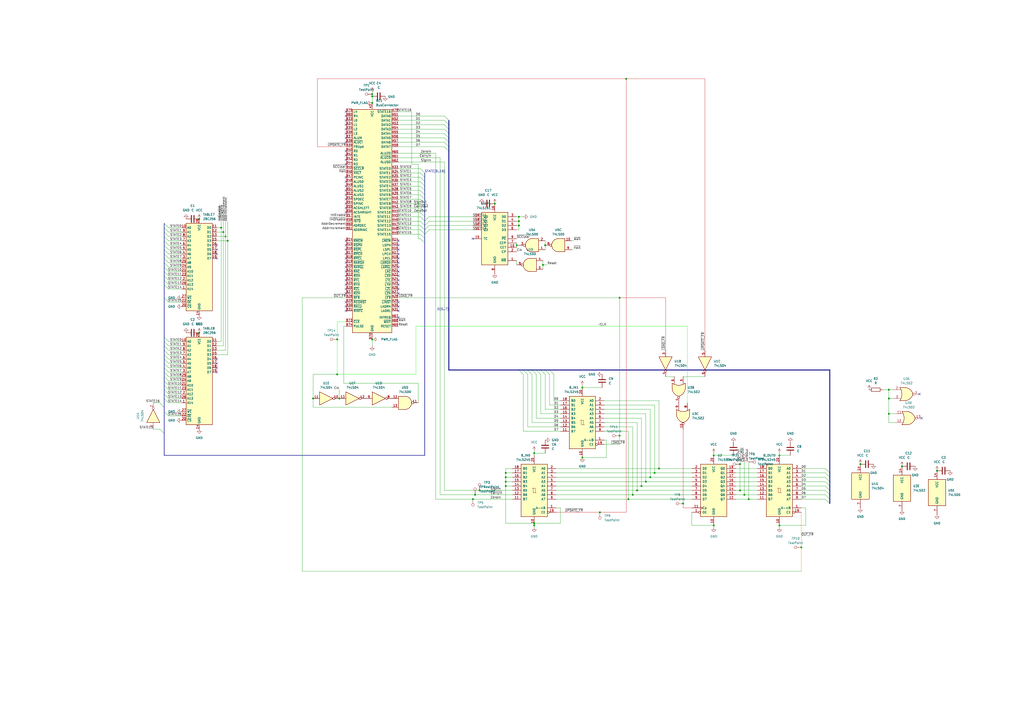
<source format=kicad_sch>
(kicad_sch (version 20250114) (generator "eeschema") (generator_version "9.0")
  (paper "A2")
  (junction (at 115.57 127))
  (junction (at 431.8 287.02))
  (junction (at 215.9 54.61))
  (junction (at 379.73 274.32))
  (junction (at 367.03 287.02))
  (junction (at 434.34 289.56))
  (junction (at 369.57 284.48))
  (junction (at 337.82 224.79))
  (junction (at 196.85 231.14))
  (junction (at 515.62 240.03))
  (junction (at 300.99 128.27))
  (junction (at 215.9 55.88))
  (junction (at 309.88 262.89))
  (junction (at 543.56 273.05))
  (junction (at 293.37 276.86))
  (junction (at 274.32 289.56))
  (junction (at 195.58 196.85))
  (junction (at 130.81 137.16))
  (junction (at 275.59 287.02))
  (junction (at 523.24 270.51))
  (junction (at 293.37 281.94))
  (junction (at 382.27 271.78))
  (junction (at 278.13 284.48))
  (junction (at 293.37 274.32))
  (junction (at 429.26 284.48))
  (junction (at 452.12 264.16))
  (junction (at 299.72 142.24))
  (junction (at 314.96 153.67))
  (junction (at 195.58 217.17))
  (junction (at 347.98 297.18))
  (junction (at 128.27 132.08))
  (junction (at 337.82 265.43))
  (junction (at 396.24 292.1))
  (junction (at 414.02 264.16))
  (junction (at 309.88 304.8))
  (junction (at 515.62 226.06))
  (junction (at 115.57 193.04))
  (junction (at 414.02 304.8))
  (junction (at 181.61 231.14))
  (junction (at 359.41 252.73))
  (junction (at 372.11 281.94))
  (junction (at 429.26 269.24))
  (junction (at 499.11 269.24))
  (junction (at 215.9 196.85))
  (junction (at 300.99 130.81))
  (junction (at 359.41 172.72))
  (junction (at 374.65 279.4))
  (junction (at 377.19 276.86))
  (junction (at 364.49 289.56))
  (junction (at 293.37 279.4))
  (junction (at 129.54 134.62))
  (junction (at 309.88 303.53))
  (junction (at 316.23 142.24))
  (junction (at 132.08 139.7))
  (junction (at 452.12 304.8))
  (junction (at 215.9 59.69))
  (junction (at 300.99 125.73))
  (junction (at 515.62 231.14))
  (junction (at 363.22 45.72))
  (junction (at 287.02 118.11))
  (junction (at 464.82 317.5))
  (no_connect (at 200.66 87.63))
  (no_connect (at 231.14 152.4))
  (no_connect (at 125.73 210.82))
  (no_connect (at 200.66 69.85))
  (no_connect (at 200.66 139.7))
  (no_connect (at 125.73 149.86))
  (no_connect (at 231.14 149.86))
  (no_connect (at 200.66 115.57))
  (no_connect (at 200.66 175.26))
  (no_connect (at 200.66 177.8))
  (no_connect (at 125.73 208.28))
  (no_connect (at 200.66 110.49))
  (no_connect (at 200.66 167.64))
  (no_connect (at 533.4 228.6))
  (no_connect (at 200.66 118.11))
  (no_connect (at 125.73 144.78))
  (no_connect (at 200.66 142.24))
  (no_connect (at 231.14 180.34))
  (no_connect (at 200.66 152.4))
  (no_connect (at 200.66 147.32))
  (no_connect (at 200.66 64.77))
  (no_connect (at 200.66 80.01))
  (no_connect (at 231.14 177.8))
  (no_connect (at 231.14 170.18))
  (no_connect (at 200.66 157.48))
  (no_connect (at 200.66 149.86))
  (no_connect (at 231.14 175.26))
  (no_connect (at 125.73 142.24))
  (no_connect (at 200.66 105.41))
  (no_connect (at 231.14 160.02))
  (no_connect (at 200.66 92.71))
  (no_connect (at 200.66 113.03))
  (no_connect (at 231.14 167.64))
  (no_connect (at 274.32 138.43))
  (no_connect (at 200.66 144.78))
  (no_connect (at 200.66 82.55))
  (no_connect (at 200.66 102.87))
  (no_connect (at 231.14 165.1))
  (no_connect (at 125.73 213.36))
  (no_connect (at 200.66 162.56))
  (no_connect (at 125.73 147.32))
  (no_connect (at 200.66 180.34))
  (no_connect (at 200.66 170.18))
  (no_connect (at 200.66 74.93))
  (no_connect (at 125.73 215.9))
  (no_connect (at 200.66 67.31))
  (no_connect (at 200.66 154.94))
  (no_connect (at 231.14 157.48))
  (no_connect (at 231.14 184.15))
  (no_connect (at 200.66 72.39))
  (no_connect (at 200.66 120.65))
  (no_connect (at 200.66 160.02))
  (no_connect (at 231.14 139.7))
  (no_connect (at 231.14 142.24))
  (no_connect (at 231.14 144.78))
  (no_connect (at 231.14 154.94))
  (no_connect (at 200.66 77.47))
  (no_connect (at 534.67 242.57))
  (no_connect (at 231.14 162.56))
  (no_connect (at 200.66 123.19))
  (no_connect (at 200.66 90.17))
  (no_connect (at 200.66 95.25))
  (no_connect (at 200.66 107.95))
  (no_connect (at 200.66 165.1))
  (no_connect (at 231.14 147.32))
  (bus_entry (at 95.25 220.98) (size 2.54 2.54))
  (bus_entry (at 95.25 132.08) (size 2.54 2.54))
  (bus_entry (at 95.25 228.6) (size 2.54 2.54))
  (bus_entry (at 95.25 129.54) (size 2.54 2.54))
  (bus_entry (at 95.25 238.76) (size 2.54 2.54))
  (bus_entry (at 95.25 162.56) (size 2.54 2.54))
  (bus_entry (at 246.38 113.03) (size -2.54 -2.54))
  (bus_entry (at 478.79 281.94) (size 2.54 2.54))
  (bus_entry (at 246.38 120.65) (size -2.54 -2.54))
  (bus_entry (at 95.25 165.1) (size 2.54 2.54))
  (bus_entry (at 260.35 80.01) (size -2.54 -2.54))
  (bus_entry (at 313.69 214.63) (size 2.54 2.54))
  (bus_entry (at 95.25 147.32) (size 2.54 2.54))
  (bus_entry (at 260.35 85.09) (size -2.54 -2.54))
  (bus_entry (at 246.38 135.89) (size -2.54 -2.54))
  (bus_entry (at 246.38 102.87) (size -2.54 -2.54))
  (bus_entry (at 478.79 289.56) (size 2.54 2.54))
  (bus_entry (at 95.25 208.28) (size 2.54 2.54))
  (bus_entry (at 95.25 226.06) (size 2.54 2.54))
  (bus_entry (at 260.35 82.55) (size -2.54 -2.54))
  (bus_entry (at 95.25 134.62) (size 2.54 2.54))
  (bus_entry (at 95.25 218.44) (size 2.54 2.54))
  (bus_entry (at 95.25 137.16) (size 2.54 2.54))
  (bus_entry (at 260.35 77.47) (size -2.54 -2.54))
  (bus_entry (at 246.38 130.81) (size -2.54 -2.54))
  (bus_entry (at 300.99 214.63) (size 2.54 2.54))
  (bus_entry (at 246.38 115.57) (size -2.54 -2.54))
  (bus_entry (at 246.38 105.41) (size -2.54 -2.54))
  (bus_entry (at 246.38 125.73) (size -2.54 -2.54))
  (bus_entry (at 478.79 274.32) (size 2.54 2.54))
  (bus_entry (at 95.25 203.2) (size 2.54 2.54))
  (bus_entry (at 95.25 200.66) (size 2.54 2.54))
  (bus_entry (at 478.79 271.78) (size 2.54 2.54))
  (bus_entry (at 478.79 276.86) (size 2.54 2.54))
  (bus_entry (at 478.79 284.48) (size 2.54 2.54))
  (bus_entry (at 95.25 223.52) (size 2.54 2.54))
  (bus_entry (at 246.38 118.11) (size -2.54 -2.54))
  (bus_entry (at 95.25 251.46) (size -2.54 -2.54))
  (bus_entry (at 260.35 69.85) (size -2.54 -2.54))
  (bus_entry (at 95.25 142.24) (size 2.54 2.54))
  (bus_entry (at 246.38 135.89) (size 2.54 -2.54))
  (bus_entry (at 95.25 231.14) (size 2.54 2.54))
  (bus_entry (at 246.38 140.97) (size -2.54 -2.54))
  (bus_entry (at 95.25 157.48) (size 2.54 2.54))
  (bus_entry (at 478.79 279.4) (size 2.54 2.54))
  (bus_entry (at 95.25 215.9) (size 2.54 2.54))
  (bus_entry (at 246.38 133.35) (size -2.54 -2.54))
  (bus_entry (at 95.25 210.82) (size 2.54 2.54))
  (bus_entry (at 246.38 123.19) (size -2.54 -2.54))
  (bus_entry (at 246.38 128.27) (size -2.54 -2.54))
  (bus_entry (at 303.53 214.63) (size 2.54 2.54))
  (bus_entry (at 246.38 100.33) (size -2.54 -2.54))
  (bus_entry (at 95.25 195.58) (size 2.54 2.54))
  (bus_entry (at 95.25 152.4) (size 2.54 2.54))
  (bus_entry (at 95.25 139.7) (size 2.54 2.54))
  (bus_entry (at 246.38 128.27) (size 2.54 -2.54))
  (bus_entry (at 95.25 172.72) (size 2.54 2.54))
  (bus_entry (at 95.25 236.22) (size -2.54 -2.54))
  (bus_entry (at 95.25 160.02) (size 2.54 2.54))
  (bus_entry (at 478.79 287.02) (size 2.54 2.54))
  (bus_entry (at 95.25 154.94) (size 2.54 2.54))
  (bus_entry (at 316.23 214.63) (size 2.54 2.54))
  (bus_entry (at 306.07 214.63) (size 2.54 2.54))
  (bus_entry (at 246.38 130.81) (size 2.54 -2.54))
  (bus_entry (at 318.77 214.63) (size 2.54 2.54))
  (bus_entry (at 95.25 213.36) (size 2.54 2.54))
  (bus_entry (at 95.25 144.78) (size 2.54 2.54))
  (bus_entry (at 246.38 138.43) (size -2.54 -2.54))
  (bus_entry (at 311.15 214.63) (size 2.54 2.54))
  (bus_entry (at 260.35 72.39) (size -2.54 -2.54))
  (bus_entry (at 95.25 205.74) (size 2.54 2.54))
  (bus_entry (at 246.38 107.95) (size -2.54 -2.54))
  (bus_entry (at 95.25 149.86) (size 2.54 2.54))
  (bus_entry (at 260.35 87.63) (size -2.54 -2.54))
  (bus_entry (at 260.35 74.93) (size -2.54 -2.54))
  (bus_entry (at 246.38 133.35) (size 2.54 -2.54))
  (bus_entry (at 95.25 198.12) (size 2.54 2.54))
  (bus_entry (at 308.61 214.63) (size 2.54 2.54))
  (bus_entry (at 246.38 110.49) (size -2.54 -2.54))
  (wire (pts (xy 464.82 279.4) (xy 478.79 279.4)))
  (wire (pts (xy 128.27 128.27) (xy 128.27 132.08)))
  (wire (pts (xy 231.14 100.33) (xy 243.84 100.33)))
  (wire (pts (xy 309.88 261.62) (xy 309.88 262.89)))
  (wire (pts (xy 293.37 279.4) (xy 293.37 281.94)))
  (wire (pts (xy 321.31 232.41) (xy 325.12 232.41)))
  (bus (pts (xy 95.25 132.08) (xy 95.25 134.62)))
  (wire (pts (xy 97.79 175.26) (xy 105.41 175.26)))
  (wire (pts (xy 426.72 276.86) (xy 439.42 276.86)))
  (wire (pts (xy 374.65 240.03) (xy 374.65 279.4)))
  (bus (pts (xy 95.25 152.4) (xy 95.25 154.94)))
  (bus (pts (xy 246.38 128.27) (xy 246.38 130.81)))
  (bus (pts (xy 95.25 129.54) (xy 95.25 132.08)))
  (bus (pts (xy 95.25 208.28) (xy 95.25 210.82)))
  (wire (pts (xy 231.14 113.03) (xy 243.84 113.03)))
  (wire (pts (xy 322.58 289.56) (xy 364.49 289.56)))
  (wire (pts (xy 97.79 215.9) (xy 105.41 215.9)))
  (wire (pts (xy 248.92 130.81) (xy 274.32 130.81)))
  (bus (pts (xy 246.38 125.73) (xy 246.38 128.27)))
  (wire (pts (xy 382.27 232.41) (xy 382.27 271.78)))
  (bus (pts (xy 95.25 210.82) (xy 95.25 213.36)))
  (wire (pts (xy 97.79 134.62) (xy 105.41 134.62)))
  (wire (pts (xy 350.52 257.81) (xy 359.41 257.81)))
  (wire (pts (xy 314.96 151.13) (xy 314.96 153.67)))
  (wire (pts (xy 337.82 223.52) (xy 337.82 224.79)))
  (wire (pts (xy 332.74 139.7) (xy 331.47 139.7)))
  (wire (pts (xy 434.34 289.56) (xy 439.42 289.56)))
  (wire (pts (xy 274.32 289.56) (xy 297.18 289.56)))
  (wire (pts (xy 97.79 233.68) (xy 105.41 233.68)))
  (wire (pts (xy 309.88 304.8) (xy 309.88 303.53)))
  (wire (pts (xy 241.3 189.23) (xy 241.3 217.17)) (stroke (width 0) (color 0 255 0 1)))
  (wire (pts (xy 431.8 267.97) (xy 431.8 287.02)))
  (wire (pts (xy 257.81 74.93) (xy 231.14 74.93)))
  (wire (pts (xy 297.18 276.86) (xy 293.37 276.86)))
  (wire (pts (xy 377.19 276.86) (xy 401.32 276.86)))
  (wire (pts (xy 97.79 165.1) (xy 105.41 165.1)))
  (wire (pts (xy 396.24 294.64) (xy 401.32 294.64)) (stroke (width 0) (color 194 0 0 1)))
  (wire (pts (xy 350.52 245.11) (xy 369.57 245.11)))
  (wire (pts (xy 299.72 151.13) (xy 299.72 153.67)))
  (wire (pts (xy 426.72 274.32) (xy 439.42 274.32)))
  (bus (pts (xy 95.25 200.66) (xy 95.25 203.2)))
  (wire (pts (xy 309.88 303.53) (xy 325.12 303.53)))
  (bus (pts (xy 95.25 149.86) (xy 95.25 152.4)))
  (wire (pts (xy 97.79 210.82) (xy 105.41 210.82)))
  (wire (pts (xy 132.08 205.74) (xy 125.73 205.74)))
  (bus (pts (xy 95.25 157.48) (xy 95.25 160.02)))
  (bus (pts (xy 246.38 264.16) (xy 95.25 264.16)))
  (wire (pts (xy 367.03 287.02) (xy 401.32 287.02)))
  (wire (pts (xy 426.72 279.4) (xy 439.42 279.4)))
  (wire (pts (xy 308.61 245.11) (xy 325.12 245.11)))
  (wire (pts (xy 386.08 172.72) (xy 359.41 172.72)) (stroke (width 0) (color 194 0 0 1)))
  (wire (pts (xy 278.13 284.48) (xy 297.18 284.48)))
  (bus (pts (xy 246.38 140.97) (xy 246.38 264.16)))
  (wire (pts (xy 231.14 172.72) (xy 359.41 172.72)))
  (wire (pts (xy 350.52 247.65) (xy 367.03 247.65)))
  (wire (pts (xy 97.79 200.66) (xy 105.41 200.66)))
  (wire (pts (xy 363.22 45.72) (xy 184.15 45.72)) (stroke (width 0) (color 194 0 0 1)))
  (wire (pts (xy 369.57 245.11) (xy 369.57 284.48)))
  (bus (pts (xy 246.38 105.41) (xy 246.38 107.95)))
  (bus (pts (xy 246.38 120.65) (xy 246.38 123.19)))
  (wire (pts (xy 464.82 271.78) (xy 478.79 271.78)))
  (bus (pts (xy 481.33 281.94) (xy 481.33 284.48)) (stroke (width 0.508)))
  (wire (pts (xy 374.65 279.4) (xy 401.32 279.4)))
  (wire (pts (xy 215.9 196.85) (xy 215.9 200.66)))
  (wire (pts (xy 231.14 88.9) (xy 252.73 88.9)))
  (wire (pts (xy 317.5 153.67) (xy 314.96 153.67)))
  (wire (pts (xy 316.23 142.24) (xy 316.23 144.78)))
  (wire (pts (xy 181.61 217.17) (xy 195.58 217.17)))
  (wire (pts (xy 97.79 152.4) (xy 105.41 152.4)))
  (wire (pts (xy 458.47 264.16) (xy 452.12 264.16)))
  (wire (pts (xy 426.72 271.78) (xy 439.42 271.78)))
  (bus (pts (xy 246.38 133.35) (xy 246.38 135.89)))
  (bus (pts (xy 95.25 134.62) (xy 95.25 137.16)))
  (wire (pts (xy 231.14 135.89) (xy 243.84 135.89)))
  (bus (pts (xy 306.07 214.63) (xy 308.61 214.63)) (stroke (width 0.508)))
  (wire (pts (xy 309.88 264.16) (xy 309.88 262.89)))
  (wire (pts (xy 293.37 274.32) (xy 293.37 276.86)))
  (bus (pts (xy 308.61 214.63) (xy 311.15 214.63)) (stroke (width 0.508)))
  (bus (pts (xy 246.38 118.11) (xy 246.38 120.65)))
  (wire (pts (xy 322.58 274.32) (xy 379.73 274.32)))
  (wire (pts (xy 231.14 110.49) (xy 243.84 110.49)))
  (wire (pts (xy 452.12 304.8) (xy 452.12 306.07)))
  (wire (pts (xy 408.94 218.44) (xy 396.24 218.44)))
  (wire (pts (xy 322.58 276.86) (xy 377.19 276.86)))
  (wire (pts (xy 130.81 128.27) (xy 130.81 137.16)))
  (wire (pts (xy 199.39 189.23) (xy 200.66 189.23)))
  (wire (pts (xy 408.94 45.72) (xy 363.22 45.72)) (stroke (width 0) (color 194 0 0 1)))
  (wire (pts (xy 97.79 220.98) (xy 105.41 220.98)))
  (wire (pts (xy 125.73 203.2) (xy 130.81 203.2)))
  (wire (pts (xy 215.9 53.34) (xy 215.9 54.61)))
  (wire (pts (xy 300.99 125.73) (xy 303.53 125.73)))
  (bus (pts (xy 481.33 289.56) (xy 481.33 292.1)) (stroke (width 0.508)))
  (wire (pts (xy 464.82 284.48) (xy 478.79 284.48)))
  (wire (pts (xy 215.9 55.88) (xy 215.9 59.69)))
  (wire (pts (xy 231.14 93.98) (xy 257.81 93.98)))
  (wire (pts (xy 248.92 128.27) (xy 274.32 128.27)))
  (wire (pts (xy 347.98 297.18) (xy 363.22 297.18)) (stroke (width 0) (color 194 0 0 1)))
  (wire (pts (xy 464.82 294.64) (xy 467.36 294.64)))
  (wire (pts (xy 195.58 196.85) (xy 195.58 186.69)) (stroke (width 0) (color 0 255 0 1)))
  (wire (pts (xy 398.78 189.23) (xy 398.78 233.68)) (stroke (width 0) (color 0 255 0 1)))
  (wire (pts (xy 175.26 331.47) (xy 464.82 331.47)))
  (bus (pts (xy 95.25 147.32) (xy 95.25 149.86)))
  (wire (pts (xy 231.14 64.77) (xy 238.76 64.77)))
  (bus (pts (xy 95.25 223.52) (xy 95.25 226.06)))
  (wire (pts (xy 316.23 237.49) (xy 325.12 237.49)))
  (wire (pts (xy 316.23 217.17) (xy 316.23 237.49)))
  (bus (pts (xy 95.25 231.14) (xy 95.25 236.22)))
  (bus (pts (xy 246.38 100.33) (xy 246.38 102.87)))
  (wire (pts (xy 299.72 130.81) (xy 300.99 130.81)))
  (wire (pts (xy 97.79 160.02) (xy 105.41 160.02)))
  (wire (pts (xy 231.14 118.11) (xy 243.84 118.11)))
  (bus (pts (xy 313.69 214.63) (xy 316.23 214.63)) (stroke (width 0.508)))
  (wire (pts (xy 231.14 105.41) (xy 243.84 105.41)))
  (bus (pts (xy 303.53 214.63) (xy 306.07 214.63)) (stroke (width 0.508)))
  (wire (pts (xy 331.47 144.78) (xy 332.74 144.78)))
  (wire (pts (xy 196.85 226.06) (xy 196.85 231.14)))
  (wire (pts (xy 364.49 250.19) (xy 364.49 289.56)))
  (wire (pts (xy 242.57 138.43) (xy 243.84 138.43)))
  (wire (pts (xy 429.26 267.97) (xy 429.26 269.24)))
  (wire (pts (xy 130.81 137.16) (xy 125.73 137.16)))
  (bus (pts (xy 95.25 165.1) (xy 95.25 172.72)))
  (wire (pts (xy 181.61 217.17) (xy 181.61 231.14)))
  (wire (pts (xy 255.27 91.44) (xy 255.27 287.02)))
  (wire (pts (xy 349.25 224.79) (xy 337.82 224.79)))
  (bus (pts (xy 95.25 251.46) (xy 95.25 264.16)))
  (wire (pts (xy 241.3 217.17) (xy 195.58 217.17)) (stroke (width 0) (color 0 255 0 1)))
  (wire (pts (xy 313.69 217.17) (xy 313.69 240.03)))
  (wire (pts (xy 313.69 240.03) (xy 325.12 240.03)))
  (wire (pts (xy 199.39 222.25) (xy 199.39 189.23)))
  (wire (pts (xy 248.92 125.73) (xy 274.32 125.73)))
  (wire (pts (xy 322.58 284.48) (xy 369.57 284.48)))
  (wire (pts (xy 299.72 142.24) (xy 299.72 143.51)))
  (wire (pts (xy 364.49 289.56) (xy 401.32 289.56)))
  (bus (pts (xy 95.25 154.94) (xy 95.25 157.48)))
  (wire (pts (xy 322.58 281.94) (xy 372.11 281.94)))
  (bus (pts (xy 95.25 213.36) (xy 95.25 215.9)))
  (wire (pts (xy 318.77 217.17) (xy 318.77 234.95)))
  (wire (pts (xy 257.81 69.85) (xy 231.14 69.85)))
  (wire (pts (xy 359.41 252.73) (xy 359.41 172.72)))
  (bus (pts (xy 95.25 236.22) (xy 95.25 238.76)))
  (wire (pts (xy 227.33 236.22) (xy 181.61 236.22)))
  (bus (pts (xy 246.38 130.81) (xy 246.38 133.35)))
  (wire (pts (xy 97.79 132.08) (xy 105.41 132.08)))
  (wire (pts (xy 231.14 128.27) (xy 243.84 128.27)))
  (wire (pts (xy 97.79 162.56) (xy 105.41 162.56)))
  (wire (pts (xy 322.58 279.4) (xy 374.65 279.4)))
  (wire (pts (xy 297.18 271.78) (xy 293.37 271.78)))
  (wire (pts (xy 293.37 271.78) (xy 293.37 274.32)))
  (bus (pts (xy 95.25 228.6) (xy 95.25 231.14)))
  (wire (pts (xy 464.82 297.18) (xy 464.82 317.5)) (stroke (width 0) (color 221 133 0 1)))
  (wire (pts (xy 300.99 142.24) (xy 299.72 142.24)))
  (wire (pts (xy 252.73 289.56) (xy 274.32 289.56)))
  (bus (pts (xy 481.33 279.4) (xy 481.33 281.94)) (stroke (width 0.508)))
  (wire (pts (xy 382.27 271.78) (xy 401.32 271.78)))
  (wire (pts (xy 297.18 281.94) (xy 293.37 281.94)))
  (bus (pts (xy 95.25 226.06) (xy 95.25 228.6)))
  (wire (pts (xy 97.79 142.24) (xy 105.41 142.24)))
  (wire (pts (xy 128.27 132.08) (xy 128.27 198.12)))
  (wire (pts (xy 426.72 281.94) (xy 439.42 281.94)))
  (wire (pts (xy 92.71 233.68) (xy 88.9 233.68)))
  (bus (pts (xy 260.35 85.09) (xy 260.35 87.63)) (stroke (width 0.508)))
  (wire (pts (xy 231.14 91.44) (xy 255.27 91.44)))
  (bus (pts (xy 95.25 137.16) (xy 95.25 139.7)))
  (wire (pts (xy 128.27 132.08) (xy 125.73 132.08)))
  (wire (pts (xy 97.79 205.74) (xy 105.41 205.74)))
  (wire (pts (xy 257.81 80.01) (xy 231.14 80.01)))
  (wire (pts (xy 97.79 154.94) (xy 105.41 154.94)))
  (bus (pts (xy 481.33 274.32) (xy 481.33 276.86)) (stroke (width 0.508)))
  (bus (pts (xy 260.35 87.63) (xy 260.35 214.63)) (stroke (width 0.508)))
  (wire (pts (xy 316.23 262.89) (xy 309.88 262.89)))
  (wire (pts (xy 257.81 77.47) (xy 231.14 77.47)))
  (wire (pts (xy 464.82 281.94) (xy 478.79 281.94)))
  (wire (pts (xy 316.23 139.7) (xy 316.23 142.24)))
  (wire (pts (xy 195.58 217.17) (xy 195.58 196.85)) (stroke (width 0) (color 0 255 0 1)))
  (wire (pts (xy 231.14 133.35) (xy 243.84 133.35)))
  (wire (pts (xy 426.72 289.56) (xy 434.34 289.56)))
  (wire (pts (xy 434.34 267.97) (xy 434.34 289.56)))
  (wire (pts (xy 97.79 157.48) (xy 105.41 157.48)))
  (wire (pts (xy 314.96 153.67) (xy 314.96 156.21)))
  (bus (pts (xy 95.25 160.02) (xy 95.25 162.56)))
  (wire (pts (xy 97.79 213.36) (xy 105.41 213.36)))
  (wire (pts (xy 255.27 287.02) (xy 275.59 287.02)))
  (wire (pts (xy 97.79 208.28) (xy 105.41 208.28)))
  (bus (pts (xy 246.38 115.57) (xy 246.38 118.11)))
  (wire (pts (xy 372.11 242.57) (xy 372.11 281.94)))
  (wire (pts (xy 429.26 269.24) (xy 429.26 284.48)))
  (wire (pts (xy 322.58 287.02) (xy 367.03 287.02)))
  (bus (pts (xy 481.33 276.86) (xy 481.33 279.4)) (stroke (width 0.508)))
  (wire (pts (xy 363.22 45.72) (xy 363.22 297.18)) (stroke (width 0) (color 194 0 0 1)))
  (wire (pts (xy 97.79 139.7) (xy 105.41 139.7)))
  (wire (pts (xy 257.81 85.09) (xy 231.14 85.09)))
  (wire (pts (xy 175.26 172.72) (xy 175.26 331.47)))
  (wire (pts (xy 367.03 247.65) (xy 367.03 287.02)))
  (bus (pts (xy 246.38 102.87) (xy 246.38 105.41)))
  (wire (pts (xy 275.59 287.02) (xy 297.18 287.02)))
  (wire (pts (xy 452.12 262.89) (xy 452.12 264.16)))
  (wire (pts (xy 515.62 231.14) (xy 518.16 231.14)))
  (wire (pts (xy 515.62 245.11) (xy 519.43 245.11)))
  (wire (pts (xy 299.72 125.73) (xy 300.99 125.73)))
  (wire (pts (xy 337.82 265.43) (xy 351.79 265.43)))
  (wire (pts (xy 97.79 231.14) (xy 105.41 231.14)))
  (wire (pts (xy 125.73 139.7) (xy 132.08 139.7)))
  (wire (pts (xy 129.54 128.27) (xy 129.54 134.62)))
  (wire (pts (xy 257.81 93.98) (xy 257.81 284.48)))
  (wire (pts (xy 300.99 125.73) (xy 300.99 128.27)))
  (wire (pts (xy 306.07 247.65) (xy 325.12 247.65)))
  (bus (pts (xy 95.25 142.24) (xy 95.25 144.78)))
  (bus (pts (xy 318.77 214.63) (xy 481.33 214.63)) (stroke (width 0.508)))
  (wire (pts (xy 97.79 226.06) (xy 105.41 226.06)))
  (wire (pts (xy 322.58 294.64) (xy 325.12 294.64)))
  (wire (pts (xy 515.62 226.06) (xy 515.62 231.14)))
  (wire (pts (xy 467.36 294.64) (xy 467.36 304.8)))
  (wire (pts (xy 125.73 134.62) (xy 129.54 134.62)))
  (bus (pts (xy 246.38 113.03) (xy 246.38 115.57)))
  (wire (pts (xy 231.14 120.65) (xy 243.84 120.65)))
  (bus (pts (xy 260.35 77.47) (xy 260.35 80.01)) (stroke (width 0.508)))
  (wire (pts (xy 372.11 281.94) (xy 401.32 281.94)))
  (wire (pts (xy 132.08 128.27) (xy 132.08 139.7)))
  (wire (pts (xy 200.66 172.72) (xy 175.26 172.72)))
  (wire (pts (xy 515.62 240.03) (xy 519.43 240.03)))
  (wire (pts (xy 369.57 284.48) (xy 401.32 284.48)))
  (wire (pts (xy 215.9 54.61) (xy 215.9 55.88)))
  (wire (pts (xy 325.12 294.64) (xy 325.12 303.53)))
  (bus (pts (xy 95.25 172.72) (xy 95.25 195.58)))
  (wire (pts (xy 130.81 203.2) (xy 130.81 137.16)))
  (wire (pts (xy 350.52 242.57) (xy 372.11 242.57)))
  (wire (pts (xy 350.52 237.49) (xy 377.19 237.49)))
  (wire (pts (xy 257.81 82.55) (xy 231.14 82.55)))
  (wire (pts (xy 414.02 304.8) (xy 414.02 306.07)))
  (wire (pts (xy 351.79 255.27) (xy 351.79 265.43)))
  (wire (pts (xy 300.99 130.81) (xy 300.99 133.35)))
  (bus (pts (xy 95.25 220.98) (xy 95.25 223.52)))
  (bus (pts (xy 246.38 110.49) (xy 246.38 113.03)))
  (wire (pts (xy 257.81 284.48) (xy 278.13 284.48)))
  (wire (pts (xy 379.73 234.95) (xy 379.73 274.32)))
  (wire (pts (xy 299.72 128.27) (xy 300.99 128.27)))
  (wire (pts (xy 97.79 223.52) (xy 105.41 223.52)))
  (wire (pts (xy 318.77 234.95) (xy 325.12 234.95)))
  (wire (pts (xy 231.14 97.79) (xy 243.84 97.79)))
  (bus (pts (xy 95.25 215.9) (xy 95.25 218.44)))
  (wire (pts (xy 238.76 95.25) (xy 238.76 64.77)))
  (wire (pts (xy 429.26 284.48) (xy 439.42 284.48)))
  (bus (pts (xy 316.23 214.63) (xy 318.77 214.63)) (stroke (width 0.508)))
  (wire (pts (xy 464.82 276.86) (xy 478.79 276.86)))
  (wire (pts (xy 97.79 137.16) (xy 105.41 137.16)))
  (wire (pts (xy 350.52 232.41) (xy 382.27 232.41)))
  (wire (pts (xy 97.79 241.3) (xy 105.41 241.3)))
  (wire (pts (xy 379.73 274.32) (xy 401.32 274.32)))
  (wire (pts (xy 242.57 222.25) (xy 199.39 222.25)))
  (wire (pts (xy 426.72 287.02) (xy 431.8 287.02)))
  (bus (pts (xy 481.33 287.02) (xy 481.33 289.56)) (stroke (width 0.508)))
  (bus (pts (xy 246.38 138.43) (xy 246.38 140.97)))
  (wire (pts (xy 350.52 250.19) (xy 364.49 250.19)))
  (wire (pts (xy 350.52 255.27) (xy 351.79 255.27)))
  (wire (pts (xy 386.08 172.72) (xy 386.08 203.2)) (stroke (width 0) (color 194 0 0 1)))
  (wire (pts (xy 515.62 226.06) (xy 518.16 226.06)))
  (wire (pts (xy 293.37 276.86) (xy 293.37 279.4)))
  (wire (pts (xy 242.57 233.68) (xy 242.57 222.25)))
  (wire (pts (xy 464.82 287.02) (xy 478.79 287.02)))
  (wire (pts (xy 464.82 274.32) (xy 478.79 274.32)))
  (bus (pts (xy 260.35 82.55) (xy 260.35 85.09)) (stroke (width 0.508)))
  (wire (pts (xy 511.81 226.06) (xy 515.62 226.06)))
  (wire (pts (xy 241.3 189.23) (xy 398.78 189.23)) (stroke (width 0) (color 0 255 0 1)))
  (wire (pts (xy 97.79 203.2) (xy 105.41 203.2)))
  (wire (pts (xy 321.31 217.17) (xy 321.31 232.41)))
  (wire (pts (xy 322.58 271.78) (xy 382.27 271.78)))
  (wire (pts (xy 231.14 130.81) (xy 243.84 130.81)))
  (wire (pts (xy 97.79 147.32) (xy 105.41 147.32)))
  (wire (pts (xy 97.79 149.86) (xy 105.41 149.86)))
  (wire (pts (xy 125.73 198.12) (xy 128.27 198.12)))
  (bus (pts (xy 95.25 198.12) (xy 95.25 200.66)))
  (wire (pts (xy 515.62 240.03) (xy 515.62 245.11)))
  (wire (pts (xy 322.58 297.18) (xy 347.98 297.18)) (stroke (width 0) (color 194 0 0 1)))
  (wire (pts (xy 303.53 250.19) (xy 325.12 250.19)))
  (wire (pts (xy 97.79 167.64) (xy 105.41 167.64)))
  (wire (pts (xy 311.15 242.57) (xy 325.12 242.57)))
  (bus (pts (xy 300.99 214.63) (xy 303.53 214.63)) (stroke (width 0.508)))
  (wire (pts (xy 231.14 115.57) (xy 243.84 115.57)))
  (wire (pts (xy 426.72 284.48) (xy 429.26 284.48)))
  (wire (pts (xy 350.52 240.03) (xy 374.65 240.03)))
  (bus (pts (xy 95.25 139.7) (xy 95.25 142.24)))
  (wire (pts (xy 464.82 289.56) (xy 478.79 289.56)))
  (wire (pts (xy 299.72 140.97) (xy 299.72 142.24)))
  (wire (pts (xy 231.14 107.95) (xy 243.84 107.95)))
  (bus (pts (xy 481.33 214.63) (xy 481.33 274.32)) (stroke (width 0.508)))
  (wire (pts (xy 431.8 287.02) (xy 439.42 287.02)))
  (wire (pts (xy 293.37 303.53) (xy 309.88 303.53)))
  (wire (pts (xy 195.58 186.69) (xy 200.66 186.69)) (stroke (width 0) (color 0 255 0 1)))
  (wire (pts (xy 293.37 281.94) (xy 293.37 303.53)))
  (wire (pts (xy 231.14 102.87) (xy 243.84 102.87)))
  (wire (pts (xy 181.61 231.14) (xy 181.61 236.22)))
  (wire (pts (xy 231.14 125.73) (xy 243.84 125.73)))
  (wire (pts (xy 257.81 72.39) (xy 231.14 72.39)))
  (wire (pts (xy 303.53 217.17) (xy 303.53 250.19)))
  (wire (pts (xy 242.57 95.25) (xy 238.76 95.25)))
  (wire (pts (xy 97.79 218.44) (xy 105.41 218.44)))
  (wire (pts (xy 297.18 279.4) (xy 293.37 279.4)))
  (wire (pts (xy 386.08 218.44) (xy 391.16 218.44)))
  (bus (pts (xy 95.25 195.58) (xy 95.25 198.12)))
  (bus (pts (xy 95.25 144.78) (xy 95.25 147.32)))
  (wire (pts (xy 452.12 304.8) (xy 467.36 304.8)))
  (bus (pts (xy 95.25 203.2) (xy 95.25 205.74)))
  (wire (pts (xy 309.88 304.8) (xy 309.88 306.07)))
  (bus (pts (xy 246.38 123.19) (xy 246.38 125.73)))
  (wire (pts (xy 299.72 133.35) (xy 300.99 133.35)))
  (wire (pts (xy 464.82 317.5) (xy 464.82 331.47)) (stroke (width 0) (color 221 133 0 1)))
  (wire (pts (xy 425.45 264.16) (xy 414.02 264.16)))
  (wire (pts (xy 311.15 217.17) (xy 311.15 242.57)))
  (wire (pts (xy 515.62 231.14) (xy 515.62 240.03)))
  (bus (pts (xy 260.35 74.93) (xy 260.35 77.47)) (stroke (width 0.508)))
  (wire (pts (xy 132.08 139.7) (xy 132.08 205.74)))
  (wire (pts (xy 184.15 45.72) (xy 184.15 85.09)) (stroke (width 0) (color 194 0 0 1)))
  (wire (pts (xy 396.24 292.1) (xy 396.24 294.64)) (stroke (width 0) (color 194 0 0 1)))
  (wire (pts (xy 414.02 262.89) (xy 414.02 264.16)))
  (bus (pts (xy 260.35 214.63) (xy 300.99 214.63)) (stroke (width 0.508)))
  (wire (pts (xy 248.92 133.35) (xy 274.32 133.35)))
  (bus (pts (xy 95.25 218.44) (xy 95.25 220.98)))
  (wire (pts (xy 297.18 274.32) (xy 293.37 274.32)))
  (wire (pts (xy 242.57 138.43) (xy 242.57 95.25)))
  (wire (pts (xy 408.94 45.72) (xy 408.94 203.2)) (stroke (width 0) (color 194 0 0 1)))
  (wire (pts (xy 359.41 257.81) (xy 359.41 252.73)))
  (bus (pts (xy 95.25 238.76) (xy 95.25 251.46)))
  (wire (pts (xy 184.15 85.09) (xy 200.66 85.09)) (stroke (width 0) (color 194 0 0 1)))
  (wire (pts (xy 252.73 88.9) (xy 252.73 289.56)))
  (wire (pts (xy 92.71 248.92) (xy 88.9 248.92)))
  (bus (pts (xy 246.38 135.89) (xy 246.38 138.43)))
  (wire (pts (xy 377.19 237.49) (xy 377.19 276.86)))
  (bus (pts (xy 246.38 107.95) (xy 246.38 110.49)))
  (wire (pts (xy 300.99 128.27) (xy 300.99 130.81)))
  (wire (pts (xy 97.79 228.6) (xy 105.41 228.6)))
  (wire (pts (xy 350.52 234.95) (xy 379.73 234.95)))
  (bus (pts (xy 481.33 284.48) (xy 481.33 287.02)) (stroke (width 0.508)))
  (wire (pts (xy 97.79 144.78) (xy 105.41 144.78)))
  (wire (pts (xy 231.14 67.31) (xy 257.81 67.31)))
  (bus (pts (xy 95.25 162.56) (xy 95.25 165.1)))
  (wire (pts (xy 396.24 248.92) (xy 396.24 292.1)) (stroke (width 0) (color 194 0 0 1)))
  (bus (pts (xy 260.35 80.01) (xy 260.35 82.55)) (stroke (width 0.508)))
  (wire (pts (xy 231.14 123.19) (xy 243.84 123.19)))
  (bus (pts (xy 95.25 205.74) (xy 95.25 208.28)))
  (bus (pts (xy 260.35 72.39) (xy 260.35 74.93)) (stroke (width 0.508)))
  (wire (pts (xy 308.61 217.17) (xy 308.61 245.11)))
  (wire (pts (xy 401.32 297.18) (xy 401.32 304.8)))
  (wire (pts (xy 306.07 217.17) (xy 306.07 247.65)))
  (wire (pts (xy 401.32 304.8) (xy 414.02 304.8)))
  (wire (pts (xy 129.54 134.62) (xy 129.54 200.66)))
  (bus (pts (xy 311.15 214.63) (xy 313.69 214.63)) (stroke (width 0.508)))
  (bus (pts (xy 260.35 69.85) (xy 260.35 72.39)) (stroke (width 0.508)))
  (wire (pts (xy 97.79 198.12) (xy 105.41 198.12)))
  (wire (pts (xy 129.54 200.66) (xy 125.73 200.66)))
  (label "STATE5" (at 105.41 210.82 180))
  (label "~{UPDATE_FR}" (at 408.94 203.2 90))
  (label "STATE6" (at 105.41 147.32 180))
  (label "SignOut" (at 429.26 267.97 90))
  (label "ZeroOut" (at 434.34 267.97 90))
  (label "STATE3" (at 238.76 105.41 180))
  (label "STATE0" (at 238.76 97.79 180))
  (label "STATE2" (at 105.41 137.16 180))
  (label "D6" (at 321.31 247.65 0))
  (label "Reset" (at 231.14 189.23 0))
  (label "Clk" (at 299.72 146.05 0))
  (label "STATE12" (at 105.41 162.56 180))
  (label "D2" (at 464.82 276.86 0))
  (label "IntEnable" (at 200.66 125.73 180))
  (label "STATE1" (at 238.76 100.33 180))
  (label "D5" (at 243.84 80.01 180))
  (label "D[0..7]" (at 260.35 180.34 180))
  (label "STATE16" (at 105.41 241.3 180))
  (label "STATE0" (at 105.41 198.12 180))
  (label "SignIn" (at 250.19 93.98 180))
  (label "D4" (at 321.31 242.57 0))
  (label "~{CarryOut}" (at 431.8 267.97 90))
  (label "~{Halt}" (at 332.74 144.78 0))
  (label "STATE5" (at 238.76 110.49 180))
  (label "STATE11" (at 105.41 160.02 180))
  (label "STATE11" (at 274.32 125.73 0))
  (label "STATE16" (at 92.71 233.68 180))
  (label "D0" (at 464.82 271.78 0))
  (label "~{CarryIn}" (at 284.48 287.02 0))
  (label "STATE4" (at 238.76 107.95 180))
  (label "~{OUT_FR}" (at 464.82 311.15 0))
  (label "STATE4" (at 105.41 208.28 180))
  (label "STATE9" (at 238.76 120.65 180))
  (label "STATE1" (at 105.41 200.66 180))
  (label "STATE3" (at 105.41 139.7 180))
  (label "IntEnable" (at 128.27 128.27 90))
  (label "D7" (at 321.31 250.19 0))
  (label "STATE6" (at 105.41 213.36 180))
  (label "STATE13" (at 105.41 231.14 180))
  (label "~{Wait}" (at 332.74 139.7 0))
  (label "STATE4" (at 105.41 142.24 180))
  (label "STATE12" (at 238.76 128.27 180))
  (label "STATE6" (at 238.76 113.03 180))
  (label "STATE8" (at 105.41 218.44 180))
  (label "Clk" (at 196.85 226.06 180))
  (label "STATE15" (at 238.76 135.89 180))
  (label "D6" (at 243.84 82.55 180))
  (label "STATE8" (at 105.41 152.4 180))
  (label "~{SCClear}" (at 299.72 138.43 0))
  (label "STATE1" (at 105.41 134.62 180))
  (label "SignOut" (at 240.03 118.11 0))
  (label "STATE15" (at 88.9 248.92 180))
  (label "STATE15" (at 105.41 175.26 180))
  (label "STATE7" (at 238.76 115.57 180))
  (label "AddrDecrement" (at 200.66 130.81 180))
  (label "D2" (at 321.31 237.49 0))
  (label "~{SCClear}" (at 200.66 97.79 180))
  (label "SignIn" (at 284.48 284.48 0))
  (label "~{UPDATE_FR}" (at 200.66 85.09 180))
  (label "STATE14" (at 274.32 133.35 0))
  (label "D0" (at 243.84 67.31 180))
  (label "STATE7" (at 105.41 149.86 180))
  (label "D4" (at 243.84 77.47 180))
  (label "ZeroIn" (at 250.19 88.9 180))
  (label "~{Halt}" (at 200.66 100.33 180))
  (label "D7" (at 464.82 289.56 0))
  (label "D5" (at 321.31 245.11 0))
  (label "STATE9" (at 105.41 220.98 180))
  (label "STATE7" (at 105.41 215.9 180))
  (label "~{LOAD_FR}" (at 231.14 172.72 0))
  (label "STATE10" (at 238.76 123.19 180))
  (label "STATE8" (at 238.76 118.11 180))
  (label "D7" (at 243.84 85.09 180))
  (label "~{Wait}" (at 231.14 186.69 0))
  (label "~{CarryIn}" (at 250.19 91.44 180))
  (label "STATE[0..16]" (at 246.38 100.33 0))
  (label "STATE11" (at 238.76 125.73 180))
  (label "STATE13" (at 274.32 130.81 0))
  (label "D3" (at 464.82 279.4 0))
  (label "D6" (at 464.82 287.02 0))
  (label "~{IntDisable}" (at 129.54 128.27 90))
  (label "ZeroOut" (at 240.03 123.19 0))
  (label "D3" (at 321.31 240.03 0))
  (label "~{LOAD_FR}" (at 354.33 257.81 0))
  (label "ZeroIn" (at 284.48 289.56 0))
  (label "~{LOAD_FR}" (at 386.08 203.2 90))
  (label "STATE14" (at 105.41 167.64 180))
  (label "STATE13" (at 105.41 165.1 180))
  (label "STATE3" (at 105.41 205.74 180))
  (label "STATE11" (at 105.41 226.06 180))
  (label "D4" (at 464.82 281.94 0))
  (label "~{OUT_FR}" (at 200.66 172.72 180))
  (label "D0" (at 321.31 232.41 0))
  (label "Reset" (at 317.5 153.67 0))
  (label "~{UPDATE_FR}" (at 327.66 297.18 0))
  (label "STATE12" (at 274.32 128.27 0))
  (label "~{IntDisable}" (at 200.66 128.27 180))
  (label "STATE12" (at 105.41 228.6 180))
  (label "STATE0" (at 105.41 132.08 180))
  (label "STATE2" (at 238.76 102.87 180))
  (label "STATE10" (at 105.41 157.48 180))
  (label "STATE9" (at 105.41 154.94 180))
  (label "STATE5" (at 105.41 144.78 180))
  (label "STATE14" (at 105.41 233.68 180))
  (label "~{CarryOut}" (at 240.03 120.65 0))
  (label "D1" (at 321.31 234.95 0))
  (label "STATE10" (at 105.41 223.52 180))
  (label "D5" (at 464.82 284.48 0))
  (label "AddrDecrement" (at 130.81 128.27 90))
  (label "D1" (at 243.84 69.85 180))
  (label "D2" (at 243.84 72.39 180))
  (label "AddrIncrement" (at 132.08 128.27 90))
  (label "STATE14" (at 238.76 133.35 180))
  (label "D1" (at 464.82 274.32 0))
  (label "D3" (at 243.84 74.93 180))
  (label "STATE13" (at 238.76 130.81 180))
  (label "~CLK" (at 351.79 189.23 180))
  (label "AddrIncrement" (at 200.66 133.35 180))
  (label "STATE16" (at 238.76 64.77 180))
  (label "STATE2" (at 105.41 203.2 180))
  (symbol (lib_id "74xx:74LS04") (at 386.08 210.82 270) (unit 2)
    (property "Reference" "U1" (at 391.16 209.5499 90) (effects (justify left)))
    (property "Value" "74LS04" (at 391.16 212.0899 90) (effects (justify left)))
    (property "Footprint" "Package_DIP:DIP-14_W7.62mm_Socket_LongPads" (effects (hide yes)))
    (property "Datasheet" "http://www.ti.com/lit/gpn/sn74LS04" (effects (hide yes)))
    (property "Description" "Hex Inverter" (effects (hide yes)))
  )
  (symbol (lib_id "power:GND") (at 506.73 269.24 0) (unit 1)
    (property "Reference" "#PWR027" (effects (hide yes)))
    (property "Value" "GND" (at 506.73 274.32 0))
    (property "Description" "Power symbol creates a global label with name \"GND\" , ground" (effects (hide yes)))
  )
  (symbol (lib_id "74xx:74LS161") (at 287.02 138.43 0) (mirror y) (unit 1)
    (property "Reference" "STEP1" (at 284.8767 118.11 0) (effects (justify left)))
    (property "Value" "74LS161" (at 284.8767 120.65 0) (effects (justify left)))
    (property "Footprint" "Package_DIP:DIP-16_W7.62mm_Socket_LongPads" (effects (hide yes)))
    (property "Datasheet" "http://www.ti.com/lit/gpn/sn74LS161" (effects (hide yes)))
    (property "Description" "Synchronous 4-bit programmable binary Counter" (effects (hide yes)))
  )
  (symbol (lib_id "Device:C") (at 111.76 127 270) (unit 1)
    (property "Reference" "C1" (at 111.76 119.38 90))
    (property "Value" "C" (at 111.76 121.92 90))
    (property "Footprint" "Capacitor_THT:C_Disc_D5.0mm_W2.5mm_P5.00mm" (effects (hide yes)))
    (property "Description" "Unpolarized capacitor" (effects (hide yes)))
  )
  (symbol (lib_id "74xx:74LS00") (at 543.56 285.75 0) (unit 5)
    (property "Reference" "U5" (at 549.91 284.4799 0) (effects (justify left)))
    (property "Value" "74LS00" (at 549.91 287.0199 0) (effects (justify left)))
    (property "Footprint" "Package_DIP:DIP-14_W7.62mm_Socket_LongPads" (effects (hide yes)))
    (property "Datasheet" "http://www.ti.com/lit/gpn/sn74ls00" (effects (hide yes)))
    (property "Description" "quad 2-input NAND gate" (effects (hide yes)))
  )
  (symbol (lib_id "Connector:TestPoint") (at 278.13 284.48 0) (unit 1)
    (property "Reference" "TP3" (at 280.67 279.9079 0) (effects (justify left)))
    (property "Value" "TestPoint" (at 280.67 282.4479 0) (effects (justify left)))
    (property "Footprint" "TestPoint:TestPoint_Pad_D1.0mm" (effects (hide yes)))
    (property "Description" "test point" (effects (hide yes)))
  )
  (symbol (lib_id "power:GND") (at 425.45 256.54 180) (unit 1)
    (property "Reference" "#PWR05" (effects (hide yes)))
    (property "Value" "GND" (at 425.45 251.46 0))
    (property "Description" "Power symbol creates a global label with name \"GND\" , ground" (effects (hide yes)))
  )
  (symbol (lib_id "Connector:TestPoint") (at 434.34 267.97 270) (unit 1)
    (property "Reference" "TP7" (at 439.42 266.6999 90) (effects (justify left)))
    (property "Value" "TestPoint" (at 439.42 269.2399 90) (effects (justify left)))
    (property "Footprint" "TestPoint:TestPoint_Pad_D1.0mm" (effects (hide yes)))
    (property "Description" "test point" (effects (hide yes)))
  )
  (symbol (lib_id "power:PWR_FLAG") (at 215.9 196.85 270) (unit 1)
    (property "Reference" "#FLG04" (effects (hide yes)))
    (property "Value" "PWR_FLAG" (at 220.98 196.8499 90) (effects (justify left)))
    (property "Description" "Special symbol for telling ERC where power comes from" (effects (hide yes)))
  )
  (symbol (lib_id "Memory_EEPROM:28C256") (at 115.57 154.94 0) (unit 1)
    (property "Reference" "TABLE7" (at 117.7133 124.46 0) (effects (justify left)))
    (property "Value" "28C256" (at 117.7133 127 0) (effects (justify left)))
    (property "Footprint" "Package_DIP:DIP-28_W15.24mm_Socket_LongPads" (effects (hide yes)))
    (property "Datasheet" "http://ww1.microchip.com/downloads/en/DeviceDoc/doc0006.pdf" (effects (hide yes)))
    (property "Description" "Paged Parallel EEPROM 256Kb (32K x 8), DIP-28/SOIC-28" (effects (hide yes)))
  )
  (symbol (lib_id "74xx:74LS04") (at 408.94 210.82 270) (unit 3)
    (property "Reference" "U1" (at 414.02 209.5499 90) (effects (justify left)))
    (property "Value" "74LS04" (at 414.02 212.0899 90) (effects (justify left)))
    (property "Footprint" "Package_DIP:DIP-14_W7.62mm_Socket_LongPads" (effects (hide yes)))
    (property "Datasheet" "http://www.ti.com/lit/gpn/sn74LS04" (effects (hide yes)))
    (property "Description" "Hex Inverter" (effects (hide yes)))
  )
  (symbol (lib_id "Connector:TestPoint") (at 215.9 54.61 90) (unit 1)
    (property "Reference" "TP1" (at 212.598 49.53 90))
    (property "Value" "TestPoint" (at 212.598 52.07 90))
    (property "Footprint" "TestPoint:TestPoint_Pad_D1.0mm" (effects (hide yes)))
    (property "Description" "test point" (effects (hide yes)))
  )
  (symbol (lib_id "power:GND") (at 452.12 306.07 0) (unit 1)
    (property "Reference" "#PWR015" (effects (hide yes)))
    (property "Value" "GND" (at 452.12 311.15 0))
    (property "Description" "Power symbol creates a global label with name \"GND\" , ground" (effects (hide yes)))
  )
  (symbol (lib_id "74xx:74LS04") (at 88.9 241.3 90) (unit 1)
    (property "Reference" "U1" (at 80.01 241.3 0))
    (property "Value" "74LS04" (at 82.55 241.3 0))
    (property "Footprint" "Package_DIP:DIP-14_W7.62mm_Socket_LongPads" (effects (hide yes)))
    (property "Datasheet" "http://www.ti.com/lit/gpn/sn74LS04" (effects (hide yes)))
    (property "Description" "Hex Inverter" (effects (hide yes)))
  )
  (symbol (lib_id "power:VCC") (at 337.82 223.52 0) (unit 1)
    (property "Reference" "#PWR013" (effects (hide yes)))
    (property "Value" "VCC" (at 337.82 218.44 0))
    (property "Description" "Power symbol creates a global label with name \"VCC\"" (effects (hide yes)))
  )
  (symbol (lib_id "power:GND") (at 349.25 217.17 270) (unit 1)
    (property "Reference" "#PWR03" (effects (hide yes)))
    (property "Value" "GND" (at 345.44 217.1699 90) (effects (justify right)))
    (property "Description" "Power symbol creates a global label with name \"GND\" , ground" (effects (hide yes)))
  )
  (symbol (lib_id "Connector:TestPoint") (at 396.24 292.1 90) (unit 1)
    (property "Reference" "TP8" (at 392.938 287.02 90))
    (property "Value" "TestPoint" (at 392.938 289.56 90))
    (property "Footprint" "TestPoint:TestPoint_Pad_D1.0mm" (effects (hide yes)))
    (property "Description" "test point" (effects (hide yes)))
  )
  (symbol (lib_id "Device:C") (at 425.45 260.35 0) (unit 1)
    (property "Reference" "C7" (effects (hide yes)))
    (property "Value" "C" (at 429.26 261.6199 0) (effects (justify left)))
    (property "Footprint" "Capacitor_THT:C_Disc_D5.0mm_W2.5mm_P5.00mm" (effects (hide yes)))
    (property "Description" "Unpolarized capacitor" (effects (hide yes)))
  )
  (symbol (lib_id "power:GND") (at 337.82 265.43 0) (unit 1)
    (property "Reference" "#PWR020" (effects (hide yes)))
    (property "Value" "GND" (at 337.82 270.51 0))
    (property "Description" "Power symbol creates a global label with name \"GND\" , ground" (effects (hide yes)))
  )
  (symbol (lib_id "74xx:74LS00") (at 307.34 153.67 0) (mirror y) (unit 2)
    (property "Reference" "U5" (at 307.3483 144.78 0))
    (property "Value" "74LS00" (at 307.3483 147.32 0))
    (property "Footprint" "Package_DIP:DIP-14_W7.62mm_Socket_LongPads" (effects (hide yes)))
    (property "Datasheet" "http://www.ti.com/lit/gpn/sn74ls00" (effects (hide yes)))
    (property "Description" "quad 2-input NAND gate" (effects (hide yes)))
  )
  (symbol (lib_id "power:GND") (at 530.86 270.51 0) (unit 1)
    (property "Reference" "#PWR024" (effects (hide yes)))
    (property "Value" "GND" (at 530.86 275.59 0))
    (property "Description" "Power symbol creates a global label with name \"GND\" , ground" (effects (hide yes)))
  )
  (symbol (lib_id "Connector:TestPoint") (at 359.41 252.73 90) (unit 1)
    (property "Reference" "TP11" (at 356.108 247.65 90))
    (property "Value" "TestPoint" (at 356.108 250.19 90))
    (property "Footprint" "TestPoint:TestPoint_Pad_D1.0mm" (effects (hide yes)))
    (property "Description" "test point" (effects (hide yes)))
  )
  (symbol (lib_id "Device:C") (at 527.05 270.51 90) (unit 1)
    (property "Reference" "C12" (at 527.05 262.89 90))
    (property "Value" "C" (at 527.05 265.43 90))
    (property "Footprint" "Capacitor_THT:C_Disc_D5.0mm_W2.5mm_P5.00mm" (effects (hide yes)))
    (property "Description" "Unpolarized capacitor" (effects (hide yes)))
  )
  (symbol (lib_id "Connector:TestPoint") (at 431.8 267.97 0) (unit 1)
    (property "Reference" "TP6" (at 434.34 263.3979 0) (effects (justify left)))
    (property "Value" "TestPoint" (at 434.34 265.9379 0) (effects (justify left)))
    (property "Footprint" "TestPoint:TestPoint_Pad_D1.0mm" (effects (hide yes)))
    (property "Description" "test point" (effects (hide yes)))
  )
  (symbol (lib_id "Connector:TestPoint") (at 347.98 297.18 180) (unit 1)
    (property "Reference" "TP9" (at 350.52 299.2119 0) (effects (justify right)))
    (property "Value" "TestPoint" (at 350.52 301.7519 0) (effects (justify right)))
    (property "Footprint" "TestPoint:TestPoint_Pad_D1.0mm" (effects (hide yes)))
    (property "Description" "test point" (effects (hide yes)))
  )
  (symbol (lib_id "74xx:74LS02") (at 525.78 228.6 0) (unit 1)
    (property "Reference" "U3" (at 525.78 219.71 0))
    (property "Value" "74LS02" (at 525.78 222.25 0))
    (property "Footprint" "Package_DIP:DIP-14_W7.62mm_Socket_LongPads" (effects (hide yes)))
    (property "Datasheet" "http://www.ti.com/lit/gpn/sn74ls02" (effects (hide yes)))
    (property "Description" "quad 2-input NOR gate" (effects (hide yes)))
  )
  (symbol (lib_id "power:VCC") (at 452.12 262.89 0) (unit 1)
    (property "Reference" "#PWR019" (effects (hide yes)))
    (property "Value" "VCC" (at 452.12 257.81 0))
    (property "Description" "Power symbol creates a global label with name \"VCC\"" (effects (hide yes)))
  )
  (symbol (lib_id "power:GND") (at 223.52 55.88 0) (unit 1)
    (property "Reference" "#PWR021" (effects (hide yes)))
    (property "Value" "GND" (at 227.076 56.134 0))
    (property "Description" "Power symbol creates a global label with name \"GND\" , ground" (effects (hide yes)))
  )
  (symbol (lib_id "Connector:TestPoint") (at 429.26 269.24 90) (unit 1)
    (property "Reference" "TP2" (at 425.958 264.16 90))
    (property "Value" "TestPoint" (at 425.958 266.7 90))
    (property "Footprint" "TestPoint:TestPoint_Pad_D1.0mm" (effects (hide yes)))
    (property "Description" "test point" (effects (hide yes)))
  )
  (symbol (lib_id "74xx:74LS574") (at 414.02 284.48 0) (unit 1)
    (property "Reference" "U2" (at 416.1633 264.16 0) (effects (justify left)))
    (property "Value" "74LS574" (at 416.1633 266.7 0) (effects (justify left)))
    (property "Footprint" "Package_DIP:DIP-20_W7.62mm_Socket_LongPads" (effects (hide yes)))
    (property "Datasheet" "http://www.ti.com/lit/gpn/sn74LS574" (effects (hide yes)))
    (property "Description" "8-bit Register, 3-state outputs" (effects (hide yes)))
  )
  (symbol (lib_id "74xx:74LS04") (at 499.11 281.94 0) (unit 7)
    (property "Reference" "U1" (at 505.46 280.6699 0) (effects (justify left)))
    (property "Value" "74LS04" (at 505.46 283.2099 0) (effects (justify left)))
    (property "Footprint" "Package_DIP:DIP-14_W7.62mm_Socket_LongPads" (effects (hide yes)))
    (property "Datasheet" "http://www.ti.com/lit/gpn/sn74LS04" (effects (hide yes)))
    (property "Description" "Hex Inverter" (effects (hide yes)))
  )
  (symbol (lib_id "power:VCC") (at 504.19 226.06 0) (unit 1)
    (property "Reference" "#PWR037" (effects (hide yes)))
    (property "Value" "VCC" (at 504.19 220.98 0))
    (property "Description" "Power symbol creates a global label with name \"VCC\"" (effects (hide yes)))
  )
  (symbol (lib_id "power:GND") (at 115.57 248.92 0) (unit 1)
    (property "Reference" "#PWR032" (effects (hide yes)))
    (property "Value" "GND" (at 115.57 254 0))
    (property "Description" "Power symbol creates a global label with name \"GND\" , ground" (effects (hide yes)))
  )
  (symbol (lib_id "power:GND") (at 499.11 294.64 0) (unit 1)
    (property "Reference" "#PWR026" (effects (hide yes)))
    (property "Value" "GND" (at 499.11 299.72 0))
    (property "Description" "Power symbol creates a global label with name \"GND\" , ground" (effects (hide yes)))
  )
  (symbol (lib_id "74xx:74LS00") (at 234.95 233.68 0) (unit 4)
    (property "Reference" "U5" (at 234.9417 224.79 0))
    (property "Value" "74LS00" (at 234.9417 227.33 0))
    (property "Footprint" "Package_DIP:DIP-14_W7.62mm_Socket_LongPads" (effects (hide yes)))
    (property "Datasheet" "http://www.ti.com/lit/gpn/sn74ls00" (effects (hide yes)))
    (property "Description" "quad 2-input NAND gate" (effects (hide yes)))
  )
  (symbol (lib_id "74xx:74LS02") (at 396.24 241.3 270) (unit 3)
    (property "Reference" "U3" (at 401.32 240.0299 90) (effects (justify left)))
    (property "Value" "74LS02" (at 401.32 242.5699 90) (effects (justify left)))
    (property "Footprint" "Package_DIP:DIP-14_W7.62mm_Socket_LongPads" (effects (hide yes)))
    (property "Datasheet" "http://www.ti.com/lit/gpn/sn74ls02" (effects (hide yes)))
    (property "Description" "quad 2-input NOR gate" (effects (hide yes)))
  )
  (symbol (lib_id "74xx:74LS04") (at 189.23 231.14 0) (unit 5)
    (property "Reference" "U1" (at 189.23 222.25 0))
    (property "Value" "74LS04" (at 189.23 224.79 0))
    (property "Footprint" "Package_DIP:DIP-14_W7.62mm_Socket_LongPads" (effects (hide yes)))
    (property "Datasheet" "http://www.ti.com/lit/gpn/sn74LS04" (effects (hide yes)))
    (property "Description" "Hex Inverter" (effects (hide yes)))
  )
  (symbol (lib_id "power:GND") (at 316.23 255.27 90) (unit 1)
    (property "Reference" "#PWR04" (effects (hide yes)))
    (property "Value" "GND" (at 320.04 255.2699 90) (effects (justify right)))
    (property "Description" "Power symbol creates a global label with name \"GND\" , ground" (effects (hide yes)))
  )
  (symbol (lib_id "74xx:74LS02") (at 527.05 242.57 0) (unit 4)
    (property "Reference" "U3" (at 527.05 233.68 0))
    (property "Value" "74LS02" (at 527.05 236.22 0))
    (property "Footprint" "Package_DIP:DIP-14_W7.62mm_Socket_LongPads" (effects (hide yes)))
    (property "Datasheet" "http://www.ti.com/lit/gpn/sn74ls02" (effects (hide yes)))
    (property "Description" "quad 2-input NOR gate" (effects (hide yes)))
  )
  (symbol (lib_id "Device:C") (at 219.71 55.88 90) (unit 1)
    (property "Reference" "C4" (at 219.71 48.26 90))
    (property "Value" "C" (at 219.71 50.8 90))
    (property "Footprint" "Capacitor_THT:C_Radial_D6.3mm_H5.0mm_P2.50mm" (effects (hide yes)))
    (property "Description" "Unpolarized capacitor" (effects (hide yes)))
  )
  (symbol (lib_id "74xx:74LS245") (at 309.88 284.48 0) (mirror y) (unit 1)
    (property "Reference" "B_IN0" (at 307.7367 264.16 0) (effects (justify left)))
    (property "Value" "74LS245" (at 307.7367 266.7 0) (effects (justify left)))
    (property "Footprint" "Package_DIP:DIP-20_W7.62mm_Socket_LongPads" (effects (hide yes)))
    (property "Datasheet" "http://www.ti.com/lit/gpn/sn74LS245" (effects (hide yes)))
    (property "Description" "Octal BUS Transceivers, 3-State outputs" (effects (hide yes)))
  )
  (symbol (lib_id "power:GND") (at 115.57 182.88 0) (unit 1)
    (property "Reference" "#PWR030" (effects (hide yes)))
    (property "Value" "GND" (at 115.57 187.96 0))
    (property "Description" "Power symbol creates a global label with name \"GND\" , ground" (effects (hide yes)))
  )
  (symbol (lib_id "74xx:74LS02") (at 393.7 226.06 270) (unit 2)
    (property "Reference" "U3" (at 398.78 224.7899 90) (effects (justify left)))
    (property "Value" "74LS02" (at 398.78 227.3299 90) (effects (justify left)))
    (property "Footprint" "Package_DIP:DIP-14_W7.62mm_Socket_LongPads" (effects (hide yes)))
    (property "Datasheet" "http://www.ti.com/lit/gpn/sn74ls02" (effects (hide yes)))
    (property "Description" "quad 2-input NOR gate" (effects (hide yes)))
  )
  (symbol (lib_id "Device:C") (at 547.37 273.05 90) (unit 1)
    (property "Reference" "C3" (at 547.37 265.43 90))
    (property "Value" "C" (at 547.37 267.97 90))
    (property "Footprint" "Capacitor_THT:C_Disc_D5.0mm_W2.5mm_P5.00mm" (effects (hide yes)))
    (property "Description" "Unpolarized capacitor" (effects (hide yes)))
  )
  (symbol (lib_id "power:VCC") (at 543.56 273.05 0) (unit 1)
    (property "Reference" "#PWR010" (effects (hide yes)))
    (property "Value" "VCC" (at 543.56 267.97 0))
    (property "Description" "Power symbol creates a global label with name \"VCC\"" (effects (hide yes)))
  )
  (symbol (lib_id "74xx:74LS00") (at 323.85 142.24 180) (unit 3)
    (property "Reference" "U5" (at 323.8583 133.35 0))
    (property "Value" "74LS00" (at 323.8583 135.89 0))
    (property "Footprint" "Package_DIP:DIP-14_W7.62mm_Socket_LongPads" (effects (hide yes)))
    (property "Datasheet" "http://www.ti.com/lit/gpn/sn74ls00" (effects (hide yes)))
    (property "Description" "quad 2-input NAND gate" (effects (hide yes)))
  )
  (symbol (lib_id "cpu816symbols:BusConnector") (at 215.9 128.27 0) (unit 1)
    (property "Reference" "BC1" (at 218.0433 58.42 0) (effects (justify left)))
    (property "Value" "BusConnector" (at 218.0433 60.96 0) (effects (justify left)))
    (property "Footprint" "Connector_PCBEdge:BUS_PCIexpress_x16" (effects (hide yes)))
    (property "Description" "PCI Express bus connector" (effects (hide yes)))
  )
  (symbol (lib_id "power:GND") (at 414.02 306.07 0) (unit 1)
    (property "Reference" "#PWR016" (effects (hide yes)))
    (property "Value" "GND" (at 414.02 311.15 0))
    (property "Description" "Power symbol creates a global label with name \"GND\" , ground" (effects (hide yes)))
  )
  (symbol (lib_id "power:VCC") (at 115.57 127 0) (unit 1)
    (property "Reference" "#PWR029" (effects (hide yes)))
    (property "Value" "VCC" (at 115.57 121.92 0))
    (property "Description" "Power symbol creates a global label with name \"VCC\"" (effects (hide yes)))
  )
  (symbol (lib_id "Connector:TestPoint") (at 275.59 287.02 0) (unit 1)
    (property "Reference" "TP4" (at 278.13 282.4479 0) (effects (justify left)))
    (property "Value" "TestPoint" (at 278.13 284.9879 0) (effects (justify left)))
    (property "Footprint" "TestPoint:TestPoint_Pad_D1.0mm" (effects (hide yes)))
    (property "Description" "test point" (effects (hide yes)))
  )
  (symbol (lib_id "power:VCC") (at 287.02 118.11 0) (unit 1)
    (property "Reference" "#PWR036" (effects (hide yes)))
    (property "Value" "VCC" (at 287.02 113.03 0))
    (property "Description" "Power symbol creates a global label with name \"VCC\"" (effects (hide yes)))
  )
  (symbol (lib_id "74xx:74LS245") (at 337.82 245.11 0) (mirror y) (unit 1)
    (property "Reference" "B_IN1" (at 335.6767 224.79 0) (effects (justify left)))
    (property "Value" "74LS245" (at 335.6767 227.33 0) (effects (justify left)))
    (property "Footprint" "Package_DIP:DIP-20_W7.62mm_Socket_LongPads" (effects (hide yes)))
    (property "Datasheet" "http://www.ti.com/lit/gpn/sn74LS245" (effects (hide yes)))
    (property "Description" "Octal BUS Transceivers, 3-State outputs" (effects (hide yes)))
  )
  (symbol (lib_id "power:GND") (at 309.88 306.07 0) (unit 1)
    (property "Reference" "#PWR017" (effects (hide yes)))
    (property "Value" "GND" (at 309.88 311.15 0))
    (property "Description" "Power symbol creates a global label with name \"GND\" , ground" (effects (hide yes)))
  )
  (symbol (lib_id "power:PWR_FLAG") (at 215.9 59.69 90) (unit 1)
    (property "Reference" "#FLG03" (effects (hide yes)))
    (property "Value" "PWR_FLAG" (at 213.36 59.6899 90) (effects (justify left)))
    (property "Description" "Special symbol for telling ERC where power comes from" (effects (hide yes)))
  )
  (symbol (lib_id "Device:R") (at 508 226.06 90) (unit 1)
    (property "Reference" "R2" (at 508 219.71 90))
    (property "Value" "R" (at 508 222.25 90))
    (property "Footprint" "Resistor_THT:R_Axial_DIN0207_L6.3mm_D2.5mm_P7.62mm_Horizontal" (effects (hide yes)))
    (property "Description" "Resistor" (effects (hide yes)))
  )
  (symbol (lib_id "Device:C") (at 316.23 259.08 0) (unit 1)
    (property "Reference" "C6" (at 320.04 257.8099 0) (effects (justify left)))
    (property "Value" "C" (at 320.04 260.3499 0) (effects (justify left)))
    (property "Footprint" "Capacitor_THT:C_Disc_D5.0mm_W2.5mm_P5.00mm" (effects (hide yes)))
    (property "Description" "Unpolarized capacitor" (effects (hide yes)))
  )
  (symbol (lib_id "74xx:74LS245") (at 452.12 284.48 0) (mirror y) (unit 1)
    (property "Reference" "B_OUT0" (at 449.9767 264.16 0) (effects (justify left)))
    (property "Value" "74LS245" (at 449.9767 266.7 0) (effects (justify left)))
    (property "Footprint" "Package_DIP:DIP-20_W7.62mm_Socket_LongPads" (effects (hide yes)))
    (property "Datasheet" "http://www.ti.com/lit/gpn/sn74LS245" (effects (hide yes)))
    (property "Description" "Octal BUS Transceivers, 3-State outputs" (effects (hide yes)))
  )
  (symbol (lib_id "74xx:74LS02") (at 523.24 283.21 0) (unit 5)
    (property "Reference" "U3" (at 529.59 281.9399 0) (effects (justify left)))
    (property "Value" "74LS02" (at 529.59 284.4799 0) (effects (justify left)))
    (property "Footprint" "Package_DIP:DIP-14_W7.62mm_Socket_LongPads" (effects (hide yes)))
    (property "Datasheet" "http://www.ti.com/lit/gpn/sn74ls02" (effects (hide yes)))
    (property "Description" "quad 2-input NOR gate" (effects (hide yes)))
  )
  (symbol (lib_id "power:GND") (at 551.18 273.05 0) (unit 1)
    (property "Reference" "#PWR011" (effects (hide yes)))
    (property "Value" "GND" (at 551.18 278.13 0))
    (property "Description" "Power symbol creates a global label with name \"GND\" , ground" (effects (hide yes)))
  )
  (symbol (lib_id "power:VCC") (at 414.02 262.89 0) (unit 1)
    (property "Reference" "#PWR018" (effects (hide yes)))
    (property "Value" "VCC" (at 414.02 257.81 0))
    (property "Description" "Power symbol creates a global label with name \"VCC\"" (effects (hide yes)))
  )
  (symbol (lib_id "power:GND") (at 303.53 125.73 90) (unit 1)
    (property "Reference" "#PWR033" (effects (hide yes)))
    (property "Value" "GND" (at 307.34 125.7299 90) (effects (justify right)))
    (property "Description" "Power symbol creates a global label with name \"GND\" , ground" (effects (hide yes)))
  )
  (symbol (lib_id "Device:C") (at 283.21 118.11 270) (unit 1)
    (property "Reference" "C17" (at 283.21 110.49 90))
    (property "Value" "C" (at 283.21 113.03 90))
    (property "Footprint" "Capacitor_THT:C_Disc_D5.0mm_W2.5mm_P5.00mm" (effects (hide yes)))
    (property "Description" "Unpolarized capacitor" (effects (hide yes)))
  )
  (symbol (lib_id "power:VCC") (at 115.57 193.04 0) (unit 1)
    (property "Reference" "#PWR031" (effects (hide yes)))
    (property "Value" "VCC" (at 115.57 187.96 0))
    (property "Description" "Power symbol creates a global label with name \"VCC\"" (effects (hide yes)))
  )
  (symbol (lib_id "74xx:74LS04") (at 204.47 231.14 0) (unit 6)
    (property "Reference" "U1" (at 204.47 222.25 0))
    (property "Value" "74LS04" (at 204.47 224.79 0))
    (property "Footprint" "Package_DIP:DIP-14_W7.62mm_Socket_LongPads" (effects (hide yes)))
    (property "Datasheet" "http://www.ti.com/lit/gpn/sn74LS04" (effects (hide yes)))
    (property "Description" "Hex Inverter" (effects (hide yes)))
  )
  (symbol (lib_id "power:VCC") (at 215.9 53.34 0) (unit 1)
    (property "Reference" "#PWR07" (effects (hide yes)))
    (property "Value" "VCC" (at 215.9 48.26 0))
    (property "Description" "Power symbol creates a global label with name \"VCC\"" (effects (hide yes)))
  )
  (symbol (lib_id "Connector:TestPoint") (at 274.32 289.56 180) (unit 1)
    (property "Reference" "TP5" (at 276.86 291.5919 0) (effects (justify right)))
    (property "Value" "TestPoint" (at 276.86 294.1319 0) (effects (justify right)))
    (property "Footprint" "TestPoint:TestPoint_Pad_D1.0mm" (effects (hide yes)))
    (property "Description" "test point" (effects (hide yes)))
  )
  (symbol (lib_id "74xx:74LS00") (at 308.61 142.24 180) (unit 1)
    (property "Reference" "U5" (at 308.6183 133.35 0))
    (property "Value" "74LS00" (at 308.6183 135.89 0))
    (property "Footprint" "Package_DIP:DIP-14_W7.62mm_Socket_LongPads" (effects (hide yes)))
    (property "Datasheet" "http://www.ti.com/lit/gpn/sn74ls00" (effects (hide yes)))
    (property "Description" "quad 2-input NAND gate" (effects (hide yes)))
  )
  (symbol (lib_id "74xx:74LS04") (at 219.71 231.14 0) (mirror x) (unit 4)
    (property "Reference" "U1" (at 219.71 222.25 0))
    (property "Value" "74LS04" (at 219.71 224.79 0))
    (property "Footprint" "Package_DIP:DIP-14_W7.62mm_Socket_LongPads" (effects (hide yes)))
    (property "Datasheet" "http://www.ti.com/lit/gpn/sn74LS04" (effects (hide yes)))
    (property "Description" "Hex Inverter" (effects (hide yes)))
  )
  (symbol (lib_id "power:GND") (at 215.9 200.66 0) (unit 1)
    (property "Reference" "#PWR08" (effects (hide yes)))
    (property "Value" "GND" (at 215.9 205.74 0))
    (property "Description" "Power symbol creates a global label with name \"GND\" , ground" (effects (hide yes)))
  )
  (symbol (lib_id "Memory_EEPROM:28C256") (at 115.57 220.98 0) (unit 1)
    (property "Reference" "TABLE8" (at 117.7133 190.5 0) (effects (justify left)))
    (property "Value" "28C256" (at 117.7133 193.04 0) (effects (justify left)))
    (property "Footprint" "Package_DIP:DIP-28_W15.24mm_Socket_LongPads" (effects (hide yes)))
    (property "Datasheet" "http://ww1.microchip.com/downloads/en/DeviceDoc/doc0006.pdf" (effects (hide yes)))
    (property "Description" "Paged Parallel EEPROM 256Kb (32K x 8), DIP-28/SOIC-28" (effects (hide yes)))
  )
  (symbol (lib_id "power:GND") (at 105.41 243.84 270) (unit 1)
    (property "Reference" "#PWR028" (effects (hide yes)))
    (property "Value" "GND" (at 101.6 243.8399 90) (effects (justify right)))
    (property "Description" "Power symbol creates a global label with name \"GND\" , ground" (effects (hide yes)))
  )
  (symbol (lib_id "power:GND") (at 523.24 295.91 0) (unit 1)
    (property "Reference" "#PWR025" (effects (hide yes)))
    (property "Value" "GND" (at 523.24 300.99 0))
    (property "Description" "Power symbol creates a global label with name \"GND\" , ground" (effects (hide yes)))
  )
  (symbol (lib_id "power:GND") (at 279.4 118.11 180) (unit 1)
    (property "Reference" "#PWR091" (effects (hide yes)))
    (property "Value" "GND" (at 279.4 113.03 0))
    (property "Description" "Power symbol creates a global label with name \"GND\" , ground" (effects (hide yes)))
  )
  (symbol (lib_id "Device:C") (at 349.25 220.98 0) (unit 1)
    (property "Reference" "C9" (at 353.06 219.7099 0) (effects (justify left)))
    (property "Value" "C" (at 353.06 222.2499 0) (effects (justify left)))
    (property "Footprint" "Capacitor_THT:C_Disc_D5.0mm_W2.5mm_P5.00mm" (effects (hide yes)))
    (property "Description" "Unpolarized capacitor" (effects (hide yes)))
  )
  (symbol (lib_id "power:GND") (at 287.02 158.75 0) (unit 1)
    (property "Reference" "#PWR034" (effects (hide yes)))
    (property "Value" "GND" (at 287.02 163.83 0))
    (property "Description" "Power symbol creates a global label with name \"GND\" , ground" (effects (hide yes)))
  )
  (symbol (lib_id "Connector:TestPoint") (at 464.82 317.5 90) (unit 1)
    (property "Reference" "TP10" (at 461.518 312.42 90))
    (property "Value" "TestPoint" (at 461.518 314.96 90))
    (property "Footprint" "TestPoint:TestPoint_Pad_D1.0mm" (effects (hide yes)))
    (property "Description" "test point" (effects (hide yes)))
  )
  (symbol (lib_id "power:GND") (at 107.95 127 180) (unit 1)
    (property "Reference" "#PWR081" (effects (hide yes)))
    (property "Value" "GND" (at 107.95 121.92 0))
    (property "Description" "Power symbol creates a global label with name \"GND\" , ground" (effects (hide yes)))
  )
  (symbol (lib_id "power:GND") (at 105.41 177.8 270) (unit 1)
    (property "Reference" "#PWR02" (effects (hide yes)))
    (property "Value" "GND" (at 101.6 177.7999 90) (effects (justify right)))
    (property "Description" "Power symbol creates a global label with name \"GND\" , ground" (effects (hide yes)))
  )
  (symbol (lib_id "power:VCC") (at 309.88 261.62 0) (unit 1)
    (property "Reference" "#PWR014" (effects (hide yes)))
    (property "Value" "VCC" (at 309.88 256.54 0))
    (property "Description" "Power symbol creates a global label with name \"VCC\"" (effects (hide yes)))
  )
  (symbol (lib_id "Device:C") (at 502.92 269.24 90) (unit 1)
    (property "Reference" "C11" (at 502.92 261.62 90))
    (property "Value" "C" (at 502.92 264.16 90))
    (property "Footprint" "Capacitor_THT:C_Disc_D5.0mm_W2.5mm_P5.00mm" (effects (hide yes)))
    (property "Description" "Unpolarized capacitor" (effects (hide yes)))
  )
  (symbol (lib_id "power:GND") (at 107.95 193.04 180) (unit 1)
    (property "Reference" "#PWR082" (effects (hide yes)))
    (property "Value" "GND" (at 107.95 187.96 0))
    (property "Description" "Power symbol creates a global label with name \"GND\" , ground" (effects (hide yes)))
  )
  (symbol (lib_id "power:GND") (at 105.41 172.72 270) (unit 1)
    (property "Reference" "#PWR01" (effects (hide yes)))
    (property "Value" "GND" (at 101.6 172.7199 90) (effects (justify right)))
    (property "Description" "Power symbol creates a global label with name \"GND\" , ground" (effects (hide yes)))
  )
  (symbol (lib_id "power:VCC") (at 499.11 269.24 0) (unit 1)
    (property "Reference" "#PWR022" (effects (hide yes)))
    (property "Value" "VCC" (at 499.11 264.16 0))
    (property "Description" "Power symbol creates a global label with name \"VCC\"" (effects (hide yes)))
  )
  (symbol (lib_id "power:GND") (at 543.56 298.45 0) (unit 1)
    (property "Reference" "#PWR012" (effects (hide yes)))
    (property "Value" "GND" (at 543.56 303.53 0))
    (property "Description" "Power symbol creates a global label with name \"GND\" , ground" (effects (hide yes)))
  )
  (symbol (lib_id "power:GND") (at 105.41 238.76 270) (unit 1)
    (property "Reference" "#PWR09" (effects (hide yes)))
    (property "Value" "GND" (at 101.6 238.7599 90) (effects (justify right)))
    (property "Description" "Power symbol creates a global label with name \"GND\" , ground" (effects (hide yes)))
  )
  (symbol (lib_id "power:GND") (at 458.47 256.54 180) (unit 1)
    (property "Reference" "#PWR06" (effects (hide yes)))
    (property "Value" "GND" (at 458.47 251.46 0))
    (property "Description" "Power symbol creates a global label with name \"GND\" , ground" (effects (hide yes)))
  )
  (symbol (lib_id "Connector:TestPoint") (at 195.58 196.85 90) (unit 1)
    (property "Reference" "TP14" (at 192.278 191.77 90))
    (property "Value" "TestPoint" (at 192.278 194.31 90))
    (property "Footprint" "TestPoint:TestPoint_Pad_D1.0mm" (effects (hide yes)))
    (property "Description" "test point" (effects (hide yes)))
  )
  (symbol (lib_id "power:VCC") (at 523.24 270.51 0) (unit 1)
    (property "Reference" "#PWR023" (effects (hide yes)))
    (property "Value" "VCC" (at 523.24 265.43 0))
    (property "Description" "Power symbol creates a global label with name \"VCC\"" (effects (hide yes)))
  )
  (symbol (lib_id "Device:C") (at 458.47 260.35 0) (unit 1)
    (property "Reference" "C8" (at 462.28 259.0799 0) (effects (justify left)))
    (property "Value" "C" (at 462.28 261.6199 0) (effects (justify left)))
    (property "Footprint" "Capacitor_THT:C_Disc_D5.0mm_W2.5mm_P5.00mm" (effects (hide yes)))
    (property "Description" "Unpolarized capacitor" (effects (hide yes)))
  )
  (symbol (lib_id "Device:C") (at 111.76 193.04 270) (unit 1)
    (property "Reference" "C2" (at 111.76 185.42 90))
    (property "Value" "C" (at 111.76 187.96 90))
    (property "Footprint" "Capacitor_THT:C_Disc_D5.0mm_W2.5mm_P5.00mm" (effects (hide yes)))
    (property "Description" "Unpolarized capacitor" (effects (hide yes)))
  )
)
</source>
